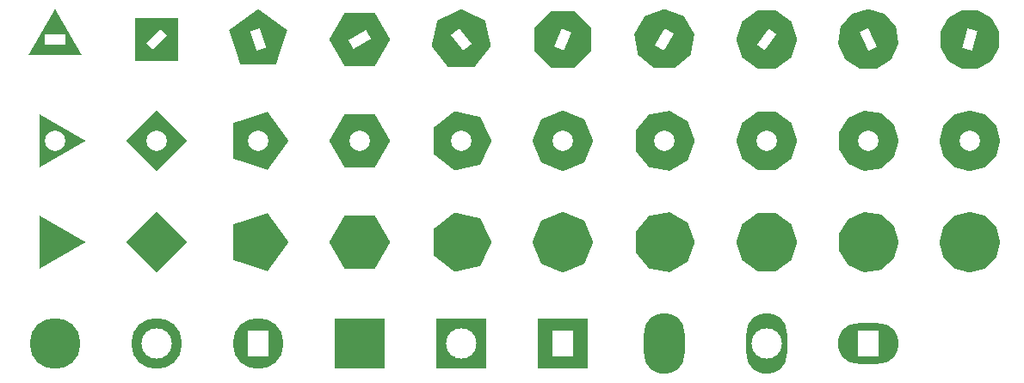
<source format=gbr>
%MOMM*%
%FSLAX34Y34*%

G04 Circle apertures *
%ADD10C,5*%
%ADD11C,5X3*%
%ADD12C,5X2X2.5*%

G04 Rectangular apertures *
%ADD13R,5X5*%
%ADD14R,5X5X3*%
%ADD15R,5X5X2X2.5*%

G04 Obround apertures *
%ADD16O,4X6*%
%ADD17O,4X6X3*%
%ADD18O,6X4X2X2.5*%

G04 Regular Polygon apertures, 3-12 sides, no rotation, no holes *
%ADD20P,6X3*%
%ADD21P,6X4*%
%ADD22P,6X5*%
%ADD23P,6X6*%
%ADD24P,6X7*%
%ADD25P,6X8*%
%ADD26P,6X9*%
%ADD27P,6X10*%
%ADD28P,6X11*%
%ADD29P,6X12*%

G04 Regular Polygon apertures, 3-12 sides, no rotation, round hole *
%ADD30P,6X3X0X2*%
%ADD31P,6X4X0X2*%
%ADD32P,6X5X0X2*%
%ADD33P,6X6X0X2*%
%ADD34P,6X7X0X2*%
%ADD35P,6X8X0X2*%
%ADD36P,6X9X0X2*%
%ADD37P,6X10X0X2*%
%ADD38P,6X11X0X2*%
%ADD39P,6X12X0X2*%

G04 Regular Polygon apertures, 3-12 sides, rotated, square hole *
%ADD40P,6X3X90X1X2*%
%ADD41P,6X4X-45X1X2*%
%ADD42P,6X5X18X1X2*%
%ADD43P,6X6X-60X1X2*%
%ADD44P,6X7X38.571X1X2*%
%ADD45P,6X8X-22.5X1X2*%
%ADD46P,6X9X-30X1X2*%
%ADD47P,6X10X-36X1X2*%
%ADD48P,6X11X24.545X1X2*%
%ADD49P,6X12X-15X1X2*%

D10*
X100000Y0D03*
D11*
X200000Y0D03*
D12*
X300000Y0D03*
D13*
X400000Y0D03*
D14*
X500000Y0D03*
D15*
X600000Y0D03*
D16*
X700000Y0D03*
D17*
X800000Y0D03*
D18*
X900000Y0D03*

D20*
X100000Y100000D03*
D21*
X200000Y100000D03*
D22*
X300000Y100000D03*
D23*
X400000Y100000D03*
D24*
X500000Y100000D03*
D25*
X600000Y100000D03*
D26*
X700000Y100000D03*
D27*
X800000Y100000D03*
D28*
X900000Y100000D03*
D29*
X1000000Y100000D03*

D30*
X100000Y200000D03*
D31*
X200000Y200000D03*
D32*
X300000Y200000D03*
D33*
X400000Y200000D03*
D34*
X500000Y200000D03*
D35*
X600000Y200000D03*
D36*
X700000Y200000D03*
D37*
X800000Y200000D03*
D38*
X900000Y200000D03*
D39*
X1000000Y200000D03*

D40*
X100000Y300000D03*
D41*
X200000Y300000D03*
D42*
X300000Y300000D03*
D43*
X400000Y300000D03*
D44*
X500000Y300000D03*
D45*
X600000Y300000D03*
D46*
X700000Y300000D03*
D47*
X800000Y300000D03*
D48*
X900000Y300000D03*
D49*
X1000000Y300000D03*

M02*

</source>
